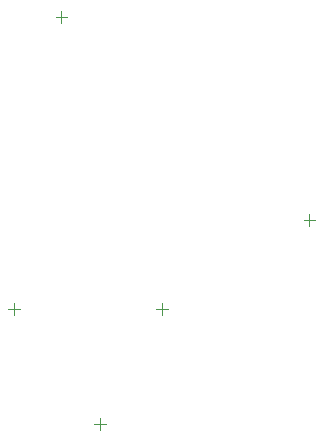
<source format=gbr>
G04*
G04 #@! TF.GenerationSoftware,Altium Limited,Altium Designer,22.4.2 (48)*
G04*
G04 Layer_Color=0*
%FSLAX25Y25*%
%MOIN*%
G70*
G04*
G04 #@! TF.SameCoordinates,D1C75A00-648E-4898-854E-167750E82D76*
G04*
G04*
G04 #@! TF.FilePolarity,Positive*
G04*
G01*
G75*
%ADD43C,0.00394*%
D43*
X135827Y167323D02*
X139764D01*
X137795Y165354D02*
Y169291D01*
X187008Y165354D02*
Y169291D01*
X185039Y167323D02*
X188976D01*
X153543Y262756D02*
Y266693D01*
X151575Y264724D02*
X155512D01*
X166339Y126969D02*
Y130905D01*
X164370Y128937D02*
X168307D01*
X236220Y194882D02*
Y198819D01*
X234252Y196850D02*
X238189D01*
M02*

</source>
